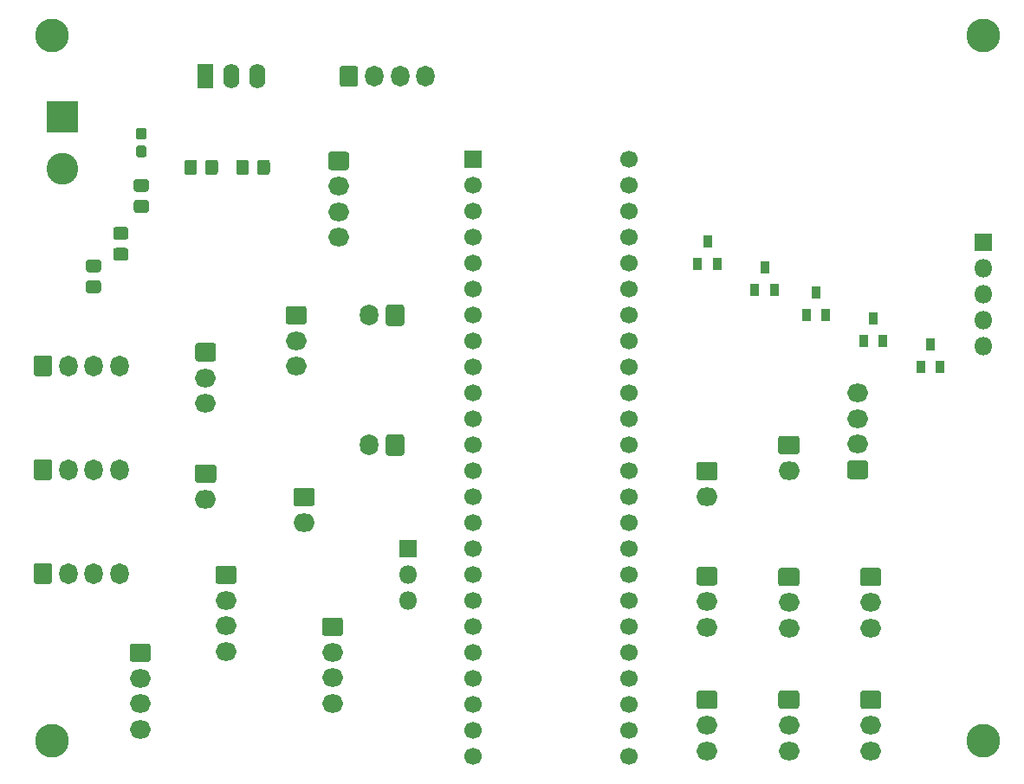
<source format=gbr>
%TF.GenerationSoftware,KiCad,Pcbnew,5.1.6+dfsg1-1*%
%TF.CreationDate,2021-03-04T16:54:05+01:00*%
%TF.ProjectId,pcb_robot_2021A,7063625f-726f-4626-9f74-5f3230323141,2.0*%
%TF.SameCoordinates,Original*%
%TF.FileFunction,Soldermask,Top*%
%TF.FilePolarity,Negative*%
%FSLAX46Y46*%
G04 Gerber Fmt 4.6, Leading zero omitted, Abs format (unit mm)*
G04 Created by KiCad (PCBNEW 5.1.6+dfsg1-1) date 2021-03-04 16:54:05*
%MOMM*%
%LPD*%
G01*
G04 APERTURE LIST*
%ADD10C,3.300000*%
%ADD11O,2.050000X1.800000*%
%ADD12C,3.100000*%
%ADD13R,3.100000X3.100000*%
%ADD14O,1.800000X1.800000*%
%ADD15R,1.800000X1.800000*%
%ADD16R,0.900000X1.300000*%
%ADD17C,1.700000*%
%ADD18R,1.700000X1.700000*%
%ADD19O,1.600000X2.400000*%
%ADD20R,1.600000X2.400000*%
%ADD21O,2.100000X1.800000*%
%ADD22O,1.800000X2.050000*%
%ADD23O,1.800000X2.100000*%
G04 APERTURE END LIST*
%TO.C,R1*%
G36*
G01*
X116234738Y-65796000D02*
X117191262Y-65796000D01*
G75*
G02*
X117463000Y-66067738I0J-271738D01*
G01*
X117463000Y-66774262D01*
G75*
G02*
X117191262Y-67046000I-271738J0D01*
G01*
X116234738Y-67046000D01*
G75*
G02*
X115963000Y-66774262I0J271738D01*
G01*
X115963000Y-66067738D01*
G75*
G02*
X116234738Y-65796000I271738J0D01*
G01*
G37*
G36*
G01*
X116234738Y-63746000D02*
X117191262Y-63746000D01*
G75*
G02*
X117463000Y-64017738I0J-271738D01*
G01*
X117463000Y-64724262D01*
G75*
G02*
X117191262Y-64996000I-271738J0D01*
G01*
X116234738Y-64996000D01*
G75*
G02*
X115963000Y-64724262I0J271738D01*
G01*
X115963000Y-64017738D01*
G75*
G02*
X116234738Y-63746000I271738J0D01*
G01*
G37*
%TD*%
D10*
%TO.C,REF\u002A\u002A*%
X201000000Y-45000000D03*
%TD*%
D11*
%TO.C,J10*%
X188722000Y-80003000D03*
X188722000Y-82503000D03*
X188722000Y-85003000D03*
G36*
G01*
X189482294Y-88403000D02*
X187961706Y-88403000D01*
G75*
G02*
X187697000Y-88138294I0J264706D01*
G01*
X187697000Y-86867706D01*
G75*
G02*
X187961706Y-86603000I264706J0D01*
G01*
X189482294Y-86603000D01*
G75*
G02*
X189747000Y-86867706I0J-264706D01*
G01*
X189747000Y-88138294D01*
G75*
G02*
X189482294Y-88403000I-264706J0D01*
G01*
G37*
%TD*%
%TO.C,J4*%
X174000000Y-115000000D03*
X174000000Y-112500000D03*
G36*
G01*
X173239706Y-109100000D02*
X174760294Y-109100000D01*
G75*
G02*
X175025000Y-109364706I0J-264706D01*
G01*
X175025000Y-110635294D01*
G75*
G02*
X174760294Y-110900000I-264706J0D01*
G01*
X173239706Y-110900000D01*
G75*
G02*
X172975000Y-110635294I0J264706D01*
G01*
X172975000Y-109364706D01*
G75*
G02*
X173239706Y-109100000I264706J0D01*
G01*
G37*
%TD*%
D10*
%TO.C,REF\u002A\u002A*%
X110000000Y-114000000D03*
%TD*%
%TO.C,REF\u002A\u002A*%
X110000000Y-45000000D03*
%TD*%
%TO.C,REF\u002A\u002A*%
X201000000Y-114000000D03*
%TD*%
D11*
%TO.C,J15*%
X118618000Y-112910000D03*
X118618000Y-110410000D03*
X118618000Y-107910000D03*
G36*
G01*
X117857706Y-104510000D02*
X119378294Y-104510000D01*
G75*
G02*
X119643000Y-104774706I0J-264706D01*
G01*
X119643000Y-106045294D01*
G75*
G02*
X119378294Y-106310000I-264706J0D01*
G01*
X117857706Y-106310000D01*
G75*
G02*
X117593000Y-106045294I0J264706D01*
G01*
X117593000Y-104774706D01*
G75*
G02*
X117857706Y-104510000I264706J0D01*
G01*
G37*
%TD*%
%TO.C,J16*%
X138000000Y-64777000D03*
X138000000Y-62277000D03*
X138000000Y-59777000D03*
G36*
G01*
X137239706Y-56377000D02*
X138760294Y-56377000D01*
G75*
G02*
X139025000Y-56641706I0J-264706D01*
G01*
X139025000Y-57912294D01*
G75*
G02*
X138760294Y-58177000I-264706J0D01*
G01*
X137239706Y-58177000D01*
G75*
G02*
X136975000Y-57912294I0J264706D01*
G01*
X136975000Y-56641706D01*
G75*
G02*
X137239706Y-56377000I264706J0D01*
G01*
G37*
%TD*%
%TO.C,J9*%
X125000000Y-81000000D03*
X125000000Y-78500000D03*
G36*
G01*
X124239706Y-75100000D02*
X125760294Y-75100000D01*
G75*
G02*
X126025000Y-75364706I0J-264706D01*
G01*
X126025000Y-76635294D01*
G75*
G02*
X125760294Y-76900000I-264706J0D01*
G01*
X124239706Y-76900000D01*
G75*
G02*
X123975000Y-76635294I0J264706D01*
G01*
X123975000Y-75364706D01*
G75*
G02*
X124239706Y-75100000I264706J0D01*
G01*
G37*
%TD*%
%TO.C,J8*%
X133858000Y-77390000D03*
X133858000Y-74890000D03*
G36*
G01*
X133097706Y-71490000D02*
X134618294Y-71490000D01*
G75*
G02*
X134883000Y-71754706I0J-264706D01*
G01*
X134883000Y-73025294D01*
G75*
G02*
X134618294Y-73290000I-264706J0D01*
G01*
X133097706Y-73290000D01*
G75*
G02*
X132833000Y-73025294I0J264706D01*
G01*
X132833000Y-71754706D01*
G75*
G02*
X133097706Y-71490000I264706J0D01*
G01*
G37*
%TD*%
D12*
%TO.C,J12*%
X111000000Y-58080000D03*
D13*
X111000000Y-53000000D03*
%TD*%
D11*
%TO.C,J7*%
X174000000Y-102917000D03*
X174000000Y-100417000D03*
G36*
G01*
X173239706Y-97017000D02*
X174760294Y-97017000D01*
G75*
G02*
X175025000Y-97281706I0J-264706D01*
G01*
X175025000Y-98552294D01*
G75*
G02*
X174760294Y-98817000I-264706J0D01*
G01*
X173239706Y-98817000D01*
G75*
G02*
X172975000Y-98552294I0J264706D01*
G01*
X172975000Y-97281706D01*
G75*
G02*
X173239706Y-97017000I264706J0D01*
G01*
G37*
%TD*%
D14*
%TO.C,J20*%
X200978000Y-75438000D03*
X200978000Y-72898000D03*
X200978000Y-70358000D03*
X200978000Y-67818000D03*
D15*
X200978000Y-65278000D03*
%TD*%
D16*
%TO.C,U6*%
X189294000Y-74930000D03*
X191194000Y-74930000D03*
X190244000Y-72730000D03*
%TD*%
%TO.C,U7*%
X194882000Y-77470000D03*
X196782000Y-77470000D03*
X195832000Y-75270000D03*
%TD*%
%TO.C,U3*%
X173104000Y-67394000D03*
X175004000Y-67394000D03*
X174054000Y-65194000D03*
%TD*%
%TO.C,U5*%
X183706000Y-72390000D03*
X185606000Y-72390000D03*
X184656000Y-70190000D03*
%TD*%
%TO.C,U4*%
X178692000Y-69934000D03*
X180592000Y-69934000D03*
X179642000Y-67734000D03*
%TD*%
D17*
%TO.C,U2*%
X166370000Y-57150000D03*
X166370000Y-59690000D03*
X166370000Y-62230000D03*
X166370000Y-64770000D03*
X166370000Y-67310000D03*
X166370000Y-69850000D03*
X166370000Y-72390000D03*
X166370000Y-74930000D03*
X166370000Y-77470000D03*
X166370000Y-80010000D03*
X166370000Y-82550000D03*
X166370000Y-85090000D03*
X166370000Y-87630000D03*
X166370000Y-90170000D03*
X166370000Y-92710000D03*
X166370000Y-95250000D03*
D18*
X151130000Y-57150000D03*
D17*
X151130000Y-59690000D03*
X151130000Y-62230000D03*
X151130000Y-64770000D03*
X151130000Y-67310000D03*
X151130000Y-69850000D03*
X151130000Y-72390000D03*
X151130000Y-74930000D03*
X151130000Y-77470000D03*
X151130000Y-80010000D03*
X151130000Y-82550000D03*
X151130000Y-85090000D03*
X151130000Y-87630000D03*
X166370000Y-97790000D03*
X166370000Y-100330000D03*
X166370000Y-102870000D03*
X166370000Y-105410000D03*
X166370000Y-107950000D03*
X166370000Y-110490000D03*
X166370000Y-113030000D03*
X166370000Y-115570000D03*
X151130000Y-115570000D03*
X151130000Y-113030000D03*
X151130000Y-110490000D03*
X151130000Y-107950000D03*
X151130000Y-90170000D03*
X151130000Y-92710000D03*
X151130000Y-95250000D03*
X151130000Y-105410000D03*
X151130000Y-102870000D03*
X151130000Y-100330000D03*
X151130000Y-97790000D03*
%TD*%
D19*
%TO.C,U1*%
X130080000Y-49000000D03*
X127540000Y-49000000D03*
D20*
X125000000Y-49000000D03*
%TD*%
%TO.C,R3*%
G36*
G01*
X119190262Y-60306000D02*
X118233738Y-60306000D01*
G75*
G02*
X117962000Y-60034262I0J271738D01*
G01*
X117962000Y-59327738D01*
G75*
G02*
X118233738Y-59056000I271738J0D01*
G01*
X119190262Y-59056000D01*
G75*
G02*
X119462000Y-59327738I0J-271738D01*
G01*
X119462000Y-60034262D01*
G75*
G02*
X119190262Y-60306000I-271738J0D01*
G01*
G37*
G36*
G01*
X119190262Y-62356000D02*
X118233738Y-62356000D01*
G75*
G02*
X117962000Y-62084262I0J271738D01*
G01*
X117962000Y-61377738D01*
G75*
G02*
X118233738Y-61106000I271738J0D01*
G01*
X119190262Y-61106000D01*
G75*
G02*
X119462000Y-61377738I0J-271738D01*
G01*
X119462000Y-62084262D01*
G75*
G02*
X119190262Y-62356000I-271738J0D01*
G01*
G37*
%TD*%
%TO.C,R2*%
G36*
G01*
X114524262Y-68180000D02*
X113567738Y-68180000D01*
G75*
G02*
X113296000Y-67908262I0J271738D01*
G01*
X113296000Y-67201738D01*
G75*
G02*
X113567738Y-66930000I271738J0D01*
G01*
X114524262Y-66930000D01*
G75*
G02*
X114796000Y-67201738I0J-271738D01*
G01*
X114796000Y-67908262D01*
G75*
G02*
X114524262Y-68180000I-271738J0D01*
G01*
G37*
G36*
G01*
X114524262Y-70230000D02*
X113567738Y-70230000D01*
G75*
G02*
X113296000Y-69958262I0J271738D01*
G01*
X113296000Y-69251738D01*
G75*
G02*
X113567738Y-68980000I271738J0D01*
G01*
X114524262Y-68980000D01*
G75*
G02*
X114796000Y-69251738I0J-271738D01*
G01*
X114796000Y-69958262D01*
G75*
G02*
X114524262Y-70230000I-271738J0D01*
G01*
G37*
%TD*%
%TO.C,J26*%
G36*
G01*
X181214706Y-84190000D02*
X182785294Y-84190000D01*
G75*
G02*
X183050000Y-84454706I0J-264706D01*
G01*
X183050000Y-85725294D01*
G75*
G02*
X182785294Y-85990000I-264706J0D01*
G01*
X181214706Y-85990000D01*
G75*
G02*
X180950000Y-85725294I0J264706D01*
G01*
X180950000Y-84454706D01*
G75*
G02*
X181214706Y-84190000I264706J0D01*
G01*
G37*
D21*
X182000000Y-87590000D03*
%TD*%
%TO.C,J25*%
X174000000Y-90130000D03*
G36*
G01*
X173214706Y-86730000D02*
X174785294Y-86730000D01*
G75*
G02*
X175050000Y-86994706I0J-264706D01*
G01*
X175050000Y-88265294D01*
G75*
G02*
X174785294Y-88530000I-264706J0D01*
G01*
X173214706Y-88530000D01*
G75*
G02*
X172950000Y-88265294I0J264706D01*
G01*
X172950000Y-86994706D01*
G75*
G02*
X173214706Y-86730000I264706J0D01*
G01*
G37*
%TD*%
%TO.C,J24*%
X134620000Y-92670000D03*
G36*
G01*
X133834706Y-89270000D02*
X135405294Y-89270000D01*
G75*
G02*
X135670000Y-89534706I0J-264706D01*
G01*
X135670000Y-90805294D01*
G75*
G02*
X135405294Y-91070000I-264706J0D01*
G01*
X133834706Y-91070000D01*
G75*
G02*
X133570000Y-90805294I0J264706D01*
G01*
X133570000Y-89534706D01*
G75*
G02*
X133834706Y-89270000I264706J0D01*
G01*
G37*
%TD*%
%TO.C,J23*%
X125000000Y-90384000D03*
G36*
G01*
X124214706Y-86984000D02*
X125785294Y-86984000D01*
G75*
G02*
X126050000Y-87248706I0J-264706D01*
G01*
X126050000Y-88519294D01*
G75*
G02*
X125785294Y-88784000I-264706J0D01*
G01*
X124214706Y-88784000D01*
G75*
G02*
X123950000Y-88519294I0J264706D01*
G01*
X123950000Y-87248706D01*
G75*
G02*
X124214706Y-86984000I264706J0D01*
G01*
G37*
%TD*%
D22*
%TO.C,J22*%
X146500000Y-49000000D03*
X144000000Y-49000000D03*
X141500000Y-49000000D03*
G36*
G01*
X138100000Y-49760294D02*
X138100000Y-48239706D01*
G75*
G02*
X138364706Y-47975000I264706J0D01*
G01*
X139635294Y-47975000D01*
G75*
G02*
X139900000Y-48239706I0J-264706D01*
G01*
X139900000Y-49760294D01*
G75*
G02*
X139635294Y-50025000I-264706J0D01*
G01*
X138364706Y-50025000D01*
G75*
G02*
X138100000Y-49760294I0J264706D01*
G01*
G37*
%TD*%
D14*
%TO.C,J21*%
X144780000Y-100330000D03*
X144780000Y-97790000D03*
D15*
X144780000Y-95250000D03*
%TD*%
D22*
%TO.C,J19*%
X116592000Y-97648000D03*
X114092000Y-97648000D03*
X111592000Y-97648000D03*
G36*
G01*
X108192000Y-98408294D02*
X108192000Y-96887706D01*
G75*
G02*
X108456706Y-96623000I264706J0D01*
G01*
X109727294Y-96623000D01*
G75*
G02*
X109992000Y-96887706I0J-264706D01*
G01*
X109992000Y-98408294D01*
G75*
G02*
X109727294Y-98673000I-264706J0D01*
G01*
X108456706Y-98673000D01*
G75*
G02*
X108192000Y-98408294I0J264706D01*
G01*
G37*
%TD*%
%TO.C,J18*%
X116592000Y-87488000D03*
X114092000Y-87488000D03*
X111592000Y-87488000D03*
G36*
G01*
X108192000Y-88248294D02*
X108192000Y-86727706D01*
G75*
G02*
X108456706Y-86463000I264706J0D01*
G01*
X109727294Y-86463000D01*
G75*
G02*
X109992000Y-86727706I0J-264706D01*
G01*
X109992000Y-88248294D01*
G75*
G02*
X109727294Y-88513000I-264706J0D01*
G01*
X108456706Y-88513000D01*
G75*
G02*
X108192000Y-88248294I0J264706D01*
G01*
G37*
%TD*%
%TO.C,J17*%
X116592000Y-77328000D03*
X114092000Y-77328000D03*
X111592000Y-77328000D03*
G36*
G01*
X108192000Y-78088294D02*
X108192000Y-76567706D01*
G75*
G02*
X108456706Y-76303000I264706J0D01*
G01*
X109727294Y-76303000D01*
G75*
G02*
X109992000Y-76567706I0J-264706D01*
G01*
X109992000Y-78088294D01*
G75*
G02*
X109727294Y-78353000I-264706J0D01*
G01*
X108456706Y-78353000D01*
G75*
G02*
X108192000Y-78088294I0J264706D01*
G01*
G37*
%TD*%
D23*
%TO.C,J14*%
X141010000Y-72390000D03*
G36*
G01*
X144410000Y-71604706D02*
X144410000Y-73175294D01*
G75*
G02*
X144145294Y-73440000I-264706J0D01*
G01*
X142874706Y-73440000D01*
G75*
G02*
X142610000Y-73175294I0J264706D01*
G01*
X142610000Y-71604706D01*
G75*
G02*
X142874706Y-71340000I264706J0D01*
G01*
X144145294Y-71340000D01*
G75*
G02*
X144410000Y-71604706I0J-264706D01*
G01*
G37*
%TD*%
%TO.C,J13*%
X141010000Y-85090000D03*
G36*
G01*
X144410000Y-84304706D02*
X144410000Y-85875294D01*
G75*
G02*
X144145294Y-86140000I-264706J0D01*
G01*
X142874706Y-86140000D01*
G75*
G02*
X142610000Y-85875294I0J264706D01*
G01*
X142610000Y-84304706D01*
G75*
G02*
X142874706Y-84040000I264706J0D01*
G01*
X144145294Y-84040000D01*
G75*
G02*
X144410000Y-84304706I0J-264706D01*
G01*
G37*
%TD*%
D11*
%TO.C,J11*%
X137414000Y-110370000D03*
X137414000Y-107870000D03*
X137414000Y-105370000D03*
G36*
G01*
X136653706Y-101970000D02*
X138174294Y-101970000D01*
G75*
G02*
X138439000Y-102234706I0J-264706D01*
G01*
X138439000Y-103505294D01*
G75*
G02*
X138174294Y-103770000I-264706J0D01*
G01*
X136653706Y-103770000D01*
G75*
G02*
X136389000Y-103505294I0J264706D01*
G01*
X136389000Y-102234706D01*
G75*
G02*
X136653706Y-101970000I264706J0D01*
G01*
G37*
%TD*%
%TO.C,J6*%
X182000000Y-103000000D03*
X182000000Y-100500000D03*
G36*
G01*
X181239706Y-97100000D02*
X182760294Y-97100000D01*
G75*
G02*
X183025000Y-97364706I0J-264706D01*
G01*
X183025000Y-98635294D01*
G75*
G02*
X182760294Y-98900000I-264706J0D01*
G01*
X181239706Y-98900000D01*
G75*
G02*
X180975000Y-98635294I0J264706D01*
G01*
X180975000Y-97364706D01*
G75*
G02*
X181239706Y-97100000I264706J0D01*
G01*
G37*
%TD*%
%TO.C,J5*%
X190000000Y-103000000D03*
X190000000Y-100500000D03*
G36*
G01*
X189239706Y-97100000D02*
X190760294Y-97100000D01*
G75*
G02*
X191025000Y-97364706I0J-264706D01*
G01*
X191025000Y-98635294D01*
G75*
G02*
X190760294Y-98900000I-264706J0D01*
G01*
X189239706Y-98900000D01*
G75*
G02*
X188975000Y-98635294I0J264706D01*
G01*
X188975000Y-97364706D01*
G75*
G02*
X189239706Y-97100000I264706J0D01*
G01*
G37*
%TD*%
%TO.C,J3*%
X182000000Y-115000000D03*
X182000000Y-112500000D03*
G36*
G01*
X181239706Y-109100000D02*
X182760294Y-109100000D01*
G75*
G02*
X183025000Y-109364706I0J-264706D01*
G01*
X183025000Y-110635294D01*
G75*
G02*
X182760294Y-110900000I-264706J0D01*
G01*
X181239706Y-110900000D01*
G75*
G02*
X180975000Y-110635294I0J264706D01*
G01*
X180975000Y-109364706D01*
G75*
G02*
X181239706Y-109100000I264706J0D01*
G01*
G37*
%TD*%
%TO.C,J2*%
X190000000Y-115000000D03*
X190000000Y-112500000D03*
G36*
G01*
X189239706Y-109100000D02*
X190760294Y-109100000D01*
G75*
G02*
X191025000Y-109364706I0J-264706D01*
G01*
X191025000Y-110635294D01*
G75*
G02*
X190760294Y-110900000I-264706J0D01*
G01*
X189239706Y-110900000D01*
G75*
G02*
X188975000Y-110635294I0J264706D01*
G01*
X188975000Y-109364706D01*
G75*
G02*
X189239706Y-109100000I264706J0D01*
G01*
G37*
%TD*%
%TO.C,J1*%
X127000000Y-105290000D03*
X127000000Y-102790000D03*
X127000000Y-100290000D03*
G36*
G01*
X126239706Y-96890000D02*
X127760294Y-96890000D01*
G75*
G02*
X128025000Y-97154706I0J-264706D01*
G01*
X128025000Y-98425294D01*
G75*
G02*
X127760294Y-98690000I-264706J0D01*
G01*
X126239706Y-98690000D01*
G75*
G02*
X125975000Y-98425294I0J264706D01*
G01*
X125975000Y-97154706D01*
G75*
G02*
X126239706Y-96890000I264706J0D01*
G01*
G37*
%TD*%
%TO.C,D1*%
G36*
G01*
X118449500Y-55785000D02*
X118974500Y-55785000D01*
G75*
G02*
X119237000Y-56047500I0J-262500D01*
G01*
X119237000Y-56672500D01*
G75*
G02*
X118974500Y-56935000I-262500J0D01*
G01*
X118449500Y-56935000D01*
G75*
G02*
X118187000Y-56672500I0J262500D01*
G01*
X118187000Y-56047500D01*
G75*
G02*
X118449500Y-55785000I262500J0D01*
G01*
G37*
G36*
G01*
X118449500Y-54035000D02*
X118974500Y-54035000D01*
G75*
G02*
X119237000Y-54297500I0J-262500D01*
G01*
X119237000Y-54922500D01*
G75*
G02*
X118974500Y-55185000I-262500J0D01*
G01*
X118449500Y-55185000D01*
G75*
G02*
X118187000Y-54922500I0J262500D01*
G01*
X118187000Y-54297500D01*
G75*
G02*
X118449500Y-54035000I262500J0D01*
G01*
G37*
%TD*%
%TO.C,C2*%
G36*
G01*
X130034000Y-58390262D02*
X130034000Y-57433738D01*
G75*
G02*
X130305738Y-57162000I271738J0D01*
G01*
X131012262Y-57162000D01*
G75*
G02*
X131284000Y-57433738I0J-271738D01*
G01*
X131284000Y-58390262D01*
G75*
G02*
X131012262Y-58662000I-271738J0D01*
G01*
X130305738Y-58662000D01*
G75*
G02*
X130034000Y-58390262I0J271738D01*
G01*
G37*
G36*
G01*
X127984000Y-58390262D02*
X127984000Y-57433738D01*
G75*
G02*
X128255738Y-57162000I271738J0D01*
G01*
X128962262Y-57162000D01*
G75*
G02*
X129234000Y-57433738I0J-271738D01*
G01*
X129234000Y-58390262D01*
G75*
G02*
X128962262Y-58662000I-271738J0D01*
G01*
X128255738Y-58662000D01*
G75*
G02*
X127984000Y-58390262I0J271738D01*
G01*
G37*
%TD*%
%TO.C,C1*%
G36*
G01*
X124963000Y-58390262D02*
X124963000Y-57433738D01*
G75*
G02*
X125234738Y-57162000I271738J0D01*
G01*
X125941262Y-57162000D01*
G75*
G02*
X126213000Y-57433738I0J-271738D01*
G01*
X126213000Y-58390262D01*
G75*
G02*
X125941262Y-58662000I-271738J0D01*
G01*
X125234738Y-58662000D01*
G75*
G02*
X124963000Y-58390262I0J271738D01*
G01*
G37*
G36*
G01*
X122913000Y-58390262D02*
X122913000Y-57433738D01*
G75*
G02*
X123184738Y-57162000I271738J0D01*
G01*
X123891262Y-57162000D01*
G75*
G02*
X124163000Y-57433738I0J-271738D01*
G01*
X124163000Y-58390262D01*
G75*
G02*
X123891262Y-58662000I-271738J0D01*
G01*
X123184738Y-58662000D01*
G75*
G02*
X122913000Y-58390262I0J271738D01*
G01*
G37*
%TD*%
M02*

</source>
